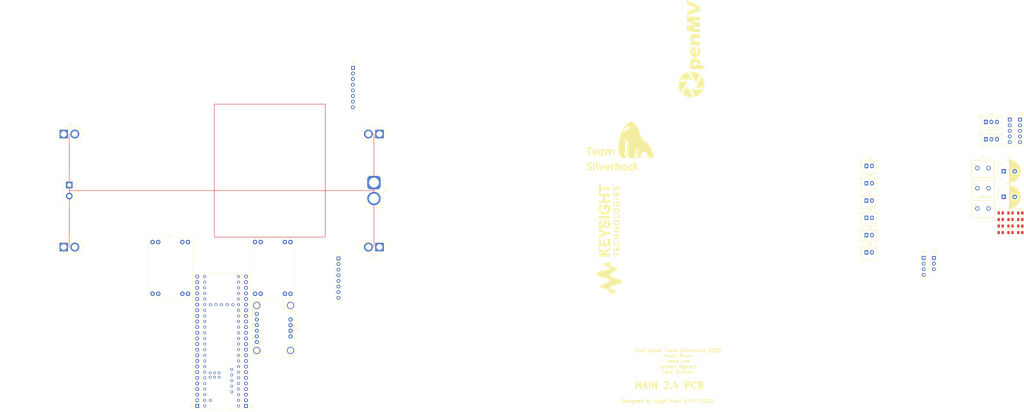
<source format=kicad_pcb>
(kicad_pcb (version 20221018) (generator pcbnew)
  (layers (0 "F.Cu" signal) (31 "B.Cu" signal) (34 "B.Paste" user) (35 "F.Paste" user) (36 "B.SilkS" user "B.Silkscreen") (37 "F.SilkS" user "F.Silkscreen") (38 "B.Mask" user) (39 "F.Mask" user) (44 "Edge.Cuts" user))
  (net 0 "")
  (net 1 "GND")
  (net 2 "+3V3")
  (net 3 "Net-(D1-A)")
  (net 4 "Net-(J1-Pin_1)")
  (net 5 "+15V")
  (net 6 "Net-(J4-Pin_1)")
  (net 7 "Net-(J4-Pin_2)")
  (net 8 "Net-(J4-Pin_3)")
  (net 14 "Net-(J5-Pin_1)")
  (net 15 "Net-(J5-Pin_2)")
  (net 16 "Net-(J5-Pin_3)")
  (net 22 "+5V")
  (net 23 "/19")
  (net 24 "/18")
  (net 25 "/13")
  (net 26 "/12")
  (net 27 "/11")
  (net 28 "/10")
  (net 29 "/0")
  (net 30 "/1")
  (net 31 "/SW1")
  (net 32 "/SW2")
  (net 33 "/SW3")
  (net 34 "/SW4")
  (net 35 "/SW5")
  (net 36 "/SW6")
  (net 37 "/2")
  (net 38 "/3")
  (net 39 "/4")
  (net 40 "/5")
  (net 41 "/6")
  (net 42 "/7")
  (net 43 "/8")
  (net 44 "/9")
  (net 45 "/24")
  (net 46 "/25")
  (net 47 "/26")
  (net 48 "/27")
  (net 49 "/28")
  (net 50 "/29")
  (net 51 "/30")
  (net 52 "/31")
  (net 53 "/32")
  (net 54 "/ON{slash}OFF")
  (net 55 "/PROGRAM")
  (net 58 "/23")
  (net 59 "/22")
  (net 60 "/21")
  (net 61 "/20")
  (net 62 "/17")
  (net 63 "/16")
  (net 64 "/15")
  (net 65 "/14")
  (net 66 "/41")
  (net 67 "/40")
  (net 68 "/39")
  (net 69 "/38")
  (net 70 "/37")
  (net 71 "/36")
  (net 72 "/35")
  (net 73 "/34")
  (net 74 "/33")
  (net 75 "/LINE BREAK")
  (net 76 "/SCL1")
  (net 77 "/SDA1")
  (net 79 "/RST")
  (footprint "Connector_PinSocket_2.54mm:PinSocket_1x08_P2.54mm_Vertical" (layer "F.Cu") (at 202.75 180.63)
    (fp_text reference "J4" (at 0 -2.77) (layer "F.SilkS"))
    (fp_text value "Battery Buzzer 1")
    (pad "1" thru_hole rect (at 0 0) (size 1.7 1.7) (drill 1) (layers "*.Cu" "*.Mask") (net 6 "Net-(J4-Pin_1)"))
    (pad "2" thru_hole oval (at 0 2.54) (size 1.7 1.7) (drill 1) (layers "*.Cu" "*.Mask") (net 7 "Net-(J4-Pin_2)"))
    (pad "3" thru_hole oval (at 0 5.08) (size 1.7 1.7) (drill 1) (layers "*.Cu" "*.Mask") (net 8 "Net-(J4-Pin_3)"))
    (pad "4" thru_hole oval (at 0 7.62) (size 1.7 1.7) (drill 1) (layers "*.Cu" "*.Mask"))
    (pad "5" thru_hole oval (at 0 10.16) (size 1.7 1.7) (drill 1) (layers "*.Cu" "*.Mask"))
    (pad "6" thru_hole oval (at 0 12.7) (size 1.7 1.7) (drill 1) (layers "*.Cu" "*.Mask"))
    (pad "7" thru_hole oval (at 0 15.24) (size 1.7 1.7) (drill 1) (layers "*.Cu" "*.Mask"))
    (pad "8" thru_hole oval (at 0 17.78) (size 1.7 1.7) (drill 1) (layers "*.Cu" "*.Mask"))
  )
  (footprint "Connector_AMASS:AMASS_XT30U-F_1x02_P5.0mm_Vertical" (layer "F.Cu") (at 78.75 175.5)
    (fp_text reference "J11" (at 2.5 -4) (layer "F.SilkS"))
    (fp_text value "I2C")
    (fp_text user "+" (at 9 0) (layer "F.SilkS") (effects (font (size 1.5 1.5))))
    (fp_text user "-" (at -4 0) (layer "F.SilkS") (effects (font (size 1.5 1.5))))
    (pad "1" thru_hole rect (at 0 0) (size 3.8 3.8) (drill 2.7) (layers "*.Cu" "*.Mask") (net 23 "/19"))
    (pad "2" thru_hole circle (at 5 0) (size 4 4) (drill 2.7) (layers "*.Cu" "*.Mask") (net 24 "/18"))
  )
  (footprint "Connector_PinHeader_2.54mm:PinHeader_1x24_P2.54mm_Vertical" (layer "F.Cu") (at 139 247.21 180)
    (fp_text reference "J23" (at 2.5 -0.04 270) (layer "F.SilkS"))
    (fp_text value "RIGHT HEADERS")
    (pad "1" thru_hole rect (at 0 0 180) (size 1.7 1.7) (drill 1) (layers "*.Cu" "*.Mask") (net 22 "+5V"))
    (pad "2" thru_hole oval (at 0 2.54 180) (size 1.7 1.7) (drill 1) (layers "*.Cu" "*.Mask") (net 1 "GND"))
    (pad "3" thru_hole oval (at 0 5.08 180) (size 1.7 1.7) (drill 1) (layers "*.Cu" "*.Mask") (net 2 "+3V3"))
    (pad "4" thru_hole oval (at 0 7.62 180) (size 1.7 1.7) (drill 1) (layers "*.Cu" "*.Mask") (net 58 "/23"))
    (pad "5" thru_hole oval (at 0 10.16 180) (size 1.7 1.7) (drill 1) (layers "*.Cu" "*.Mask") (net 59 "/22"))
    (pad "6" thru_hole oval (at 0 12.7 180) (size 1.7 1.7) (drill 1) (layers "*.Cu" "*.Mask") (net 60 "/21"))
    (pad "7" thru_hole oval (at 0 15.24 180) (size 1.7 1.7) (drill 1) (layers "*.Cu" "*.Mask") (net 61 "/20"))
    (pad "8" thru_hole oval (at 0 17.78 180) (size 1.7 1.7) (drill 1) (layers "*.Cu" "*.Mask") (net 23 "/19"))
    (pad "9" thru_hole oval (at 0 20.32 180) (size 1.7 1.7) (drill 1) (layers "*.Cu" "*.Mask") (net 24 "/18"))
    (pad "10" thru_hole oval (at 0 22.86 180) (size 1.7 1.7) (drill 1) (layers "*.Cu" "*.Mask") (net 62 "/17"))
    (pad "11" thru_hole oval (at 0 25.4 180) (size 1.7 1.7) (drill 1) (layers "*.Cu" "*.Mask") (net 63 "/16"))
    (pad "12" thru_hole oval (at 0 27.94 180) (size 1.7 1.7) (drill 1) (layers "*.Cu" "*.Mask") (net 64 "/15"))
    (pad "13" thru_hole oval (at 0 30.48 180) (size 1.7 1.7) (drill 1) (layers "*.Cu" "*.Mask") (net 65 "/14"))
    (pad "14" thru_hole oval (at 0 33.02 180) (size 1.7 1.7) (drill 1) (layers "*.Cu" "*.Mask") (net 25 "/13"))
    (pad "15" thru_hole oval (at 0 35.56 180) (size 1.7 1.7) (drill 1) (layers "*.Cu" "*.Mask") (net 1 "GND"))
    (pad "16" thru_hole oval (at 0 38.1 180) (size 1.7 1.7) (drill 1) (layers "*.Cu" "*.Mask") (net 66 "/41"))
    (pad "17" thru_hole oval (at 0 40.64 180) (size 1.7 1.7) (drill 1) (layers "*.Cu" "*.Mask") (net 67 "/40"))
    (pad "18" thru_hole oval (at 0 43.18 180) (size 1.7 1.7) (drill 1) (layers "*.Cu" "*.Mask") (net 68 "/39"))
    (pad "19" thru_hole oval (at 0 45.72 180) (size 1.7 1.7) (drill 1) (layers "*.Cu" "*.Mask") (net 69 "/38"))
    (pad "20" thru_hole oval (at 0 48.26 180) (size 1.7 1.7) (drill 1) (layers "*.Cu" "*.Mask") (net 70 "/37"))
    (pad "21" thru_hole oval (at 0 50.8 180) (size 1.7 1.7) (drill 1) (layers "*.Cu" "*.Mask") (net 71 "/36"))
    (pad "22" thru_hole oval (at 0 53.34 180) (size 1.7 1.7) (drill 1) (layers "*.Cu" "*.Mask") (net 72 "/35"))
    (pad "23" thru_hole oval (at 0 55.88 180) (size 1.7 1.7) (drill 1) (layers "*.Cu" "*.Mask") (net 73 "/34"))
    (pad "24" thru_hole oval (at 0 58.42 180) (size 1.7 1.7) (drill 1) (layers "*.Cu" "*.Mask") (net 74 "/33"))
  )
  (footprint "Resistor_SMD:R_0805_2012Metric" (layer "F.Cu") (at 510.415 163.06)
    (fp_text reference "R10" (at 0 -1.65) (layer "F.SilkS"))
    (fp_text value "10K")
    (pad "1" smd roundrect (at -0.9125 0) (size 1.025 1.4) (layers "F.Cu" "F.Paste" "F.Mask") (roundrect_rratio 0.243902) (net 34 "/SW4"))
    (pad "2" smd roundrect (at 0.9125 0) (size 1.025 1.4) (layers "F.Cu" "F.Paste" "F.Mask") (roundrect_rratio 0.243902) (net 1 "GND"))
  )
  (footprint "Connector_JST:JST_XH_B3B-XH-A_1x03_P2.50mm_Vertical" (layer "F.Cu") (at 494.875 126.85)
    (fp_text reference "J7" (at 2.5 -3.55) (layer "F.SilkS"))
    (fp_text value "Battery Balance 2")
    (pad "1" thru_hole roundrect (at 0 0) (size 1.7 1.95) (drill 0.95) (layers "*.Cu" "*.Mask") (roundrect_rratio 0.147059) (net 16 "Net-(J5-Pin_3)"))
    (pad "2" thru_hole oval (at 2.5 0) (size 1.7 1.95) (drill 0.95) (layers "*.Cu" "*.Mask") (net 15 "Net-(J5-Pin_2)"))
    (pad "3" thru_hole oval (at 5 0) (size 1.7 1.95) (drill 0.95) (layers "*.Cu" "*.Mask") (net 14 "Net-(J5-Pin_1)"))
  )
  (footprint "Resistor_SMD:R_0805_2012Metric" (layer "F.Cu") (at 506.005 166.01)
    (fp_text reference "R7" (at 0 -1.65) (layer "F.SilkS"))
    (fp_text value "10K")
    (pad "1" smd roundrect (at -0.9125 0) (size 1.025 1.4) (layers "F.Cu" "F.Paste" "F.Mask") (roundrect_rratio 0.243902) (net 31 "/SW1"))
    (pad "2" smd roundrect (at 0.9125 0) (size 1.025 1.4) (layers "F.Cu" "F.Paste" "F.Mask") (roundrect_rratio 0.243902) (net 1 "GND"))
  )
  (footprint "Connector_PinSocket_2.54mm:PinSocket_1x08_P2.54mm_Vertical" (layer "F.Cu") (at 209.25 94.63)
    (fp_text reference "J5" (at 0 -2.77) (layer "F.SilkS"))
    (fp_text value "Battery Buzzer 2")
    (pad "1" thru_hole rect (at 0 0) (size 1.7 1.7) (drill 1) (layers "*.Cu" "*.Mask") (net 14 "Net-(J5-Pin_1)"))
    (pad "2" thru_hole oval (at 0 2.54) (size 1.7 1.7) (drill 1) (layers "*.Cu" "*.Mask") (net 15 "Net-(J5-Pin_2)"))
    (pad "3" thru_hole oval (at 0 5.08) (size 1.7 1.7) (drill 1) (layers "*.Cu" "*.Mask") (net 16 "Net-(J5-Pin_3)"))
    (pad "4" thru_hole oval (at 0 7.62) (size 1.7 1.7) (drill 1) (layers "*.Cu" "*.Mask"))
    (pad "5" thru_hole oval (at 0 10.16) (size 1.7 1.7) (drill 1) (layers "*.Cu" "*.Mask"))
    (pad "6" thru_hole oval (at 0 12.7) (size 1.7 1.7) (drill 1) (layers "*.Cu" "*.Mask"))
    (pad "7" thru_hole oval (at 0 15.24) (size 1.7 1.7) (drill 1) (layers "*.Cu" "*.Mask"))
    (pad "8" thru_hole oval (at 0 17.78) (size 1.7 1.7) (drill 1) (layers "*.Cu" "*.Mask"))
  )
  (footprint "Resistor_SMD:R_0805_2012Metric" (layer "F.Cu") (at 510.415 168.96)
    (fp_text reference "R12" (at 0 -1.65) (layer "F.SilkS"))
    (fp_text value "10K")
    (pad "1" smd roundrect (at -0.9125 0) (size 1.025 1.4) (layers "F.Cu" "F.Paste" "F.Mask") (roundrect_rratio 0.243902) (net 36 "/SW6"))
    (pad "2" smd roundrect (at 0.9125 0) (size 1.025 1.4) (layers "F.Cu" "F.Paste" "F.Mask") (roundrect_rratio 0.243902) (net 1 "GND"))
  )
  (footprint "Connector_PinHeader_2.54mm:PinHeader_1x24_P2.54mm_Vertical" (layer "F.Cu") (at 161 247.21 180)
    (fp_text reference "J21" (at -2.51 -0.04 90) (layer "F.SilkS"))
    (fp_text value "LEFT HEADERS")
    (pad "1" thru_hole rect (at 0 0 180) (size 1.7 1.7) (drill 1) (layers "*.Cu" "*.Mask") (net 1 "GND"))
    (pad "2" thru_hole oval (at 0 2.54 180) (size 1.7 1.7) (drill 1) (layers "*.Cu" "*.Mask") (net 29 "/0"))
    (pad "3" thru_hole oval (at 0 5.08 180) (size 1.7 1.7) (drill 1) (layers "*.Cu" "*.Mask") (net 30 "/1"))
    (pad "4" thru_hole oval (at 0 7.62 180) (size 1.7 1.7) (drill 1) (layers "*.Cu" "*.Mask") (net 37 "/2"))
    (pad "5" thru_hole oval (at 0 10.16 180) (size 1.7 1.7) (drill 1) (layers "*.Cu" "*.Mask") (net 38 "/3"))
    (pad "6" thru_hole oval (at 0 12.7 180) (size 1.7 1.7) (drill 1) (layers "*.Cu" "*.Mask") (net 39 "/4"))
    (pad "7" thru_hole oval (at 0 15.24 180) (size 1.7 1.7) (drill 1) (layers "*.Cu" "*.Mask") (net 40 "/5"))
    (pad "8" thru_hole oval (at 0 17.78 180) (size 1.7 1.7) (drill 1) (layers "*.Cu" "*.Mask") (net 41 "/6"))
    (pad "9" thru_hole oval (at 0 20.32 180) (size 1.7 1.7) (drill 1) (layers "*.Cu" "*.Mask") (net 42 "/7"))
    (pad "10" thru_hole oval (at 0 22.86 180) (size 1.7 1.7) (drill 1) (layers "*.Cu" "*.Mask") (net 43 "/8"))
    (pad "11" thru_hole oval (at 0 25.4 180) (size 1.7 1.7) (drill 1) (layers "*.Cu" "*.Mask") (net 44 "/9"))
    (pad "12" thru_hole oval (at 0 27.94 180) (size 1.7 1.7) (drill 1) (layers "*.Cu" "*.Mask") (net 28 "/10"))
    (pad "13" thru_hole oval (at 0 30.48 180) (size 1.7 1.7) (drill 1) (layers "*.Cu" "*.Mask") (net 27 "/11"))
    (pad "14" thru_hole oval (at 0 33.02 180) (size 1.7 1.7) (drill 1) (layers "*.Cu" "*.Mask") (net 26 "/12"))
    (pad "15" thru_hole oval (at 0 35.56 180) (size 1.7 1.7) (drill 1) (layers "*.Cu" "*.Mask") (net 2 "+3V3"))
    (pad "16" thru_hole oval (at 0 38.1 180) (size 1.7 1.7) (drill 1) (layers "*.Cu" "*.Mask") (net 45 "/24"))
    (pad "17" thru_hole oval (at 0 40.64 180) (size 1.7 1.7) (drill 1) (layers "*.Cu" "*.Mask") (net 46 "/25"))
    (pad "18" thru_hole oval (at 0 43.18 180) (size 1.7 1.7) (drill 1) (layers "*.Cu" "*.Mask") (net 47 "/26"))
    (pad "19" thru_hole oval (at 0 45.72 180) (size 1.7 1.7) (drill 1) (layers "*.Cu" "*.Mask") (net 48 "/27"))
    (pad "20" thru_hole oval (at 0 48.26 180) (size 1.7 1.7) (drill 1) (layers "*.Cu" "*.Mask") (net 49 "/28"))
    (pad "21" thru_hole oval (at 0 50.8 180) (size 1.7 1.7) (drill 1) (layers "*.Cu" "*.Mask") (net 50 "/29"))
    (pad "22" thru_hole oval (at 0 53.34 180) (size 1.7 1.7) (drill 1) (layers "*.Cu" "*.Mask") (net 51 "/30"))
    (pad "23" thru_hole oval (at 0 55.88 180) (size 1.7 1.7) (drill 1) (layers "*.Cu" "*.Mask") (net 52 "/31"))
    (pad "24" thru_hole oval (at 0 58.42 180) (size 1.7 1.7) (drill 1) (layers "*.Cu" "*.Mask") (net 53 "/32"))
  )
  (footprint "Resistor_SMD:R_0805_2012Metric" (layer "F.Cu") (at 501.595 163.06)
    (fp_text reference "R2" (at 0 -1.65) (layer "F.SilkS"))
    (fp_text value "10K")
    (pad "1" smd roundrect (at -0.9125 0) (size 1.025 1.4) (layers "F.Cu" "F.Paste" "F.Mask") (roundrect_rratio 0.243902) (net 24 "/18"))
    (pad "2" smd roundrect (at 0.9125 0) (size 1.025 1.4) (layers "F.Cu" "F.Paste" "F.Mask") (roundrect_rratio 0.243902) (net 2 "+3V3"))
  )
  (footprint "Connector_JST:JST_XH_B2B-XH-A_1x02_P2.50mm_Vertical" (layer "F.Cu") (at 440.965 177.91)
    (fp_text reference "J20" (at 1.25 -3.55) (layer "F.SilkS"))
    (fp_text value "Conn_01x02_Male")
    (pad "1" thru_hole roundrect (at 0 0) (size 1.7 2) (drill 1) (layers "*.Cu" "*.Mask") (roundrect_rratio 0.147059) (net 2 "+3V3"))
    (pad "2" thru_hole oval (at 2.5 0) (size 1.7 2) (drill 1) (layers "*.Cu" "*.Mask") (net 36 "/SW6"))
  )
  (footprint "LOGO" (layer "F.Cu") (at 325 171.75 90)
    (fp_text reference "G***" hide)
    (fp_text value "LOGO" hide)
  )
  (footprint "Converter_DCDC:DC-DC Multi-output Buck Converter" (layer "F.Cu") (at 116.8575 198.5425 90)
    (fp_text reference "U2" (at 28.2925 10.005 unlocked) (layer "F.SilkS") (effects (font (thickness 0.1))))
    (fp_text value "~")
    (pad "1" thru_hole circle (at 1.97 2 90) (size 2 2) (drill 1) (layers "*.Cu" "*.Mask") (net 1 "GND"))
    (pad "1" thru_hole circle (at 1.97 4.54 90) (size 2 2) (drill 1) (layers "*.Cu" "*.Mask") (net 1 "GND"))
    (pad "2" thru_hole circle (at 1.97 15.44 270) (size 2 2) (drill 1) (layers "*.Cu" "*.Mask") (net 5 "+15V"))
    (pad "2" thru_hole circle (at 1.97 17.98 270) (size 2 2) (drill 1) (layers "*.Cu" "*.Mask") (net 5 "+15V"))
    (pad "3" thru_hole circle (at 25.31 1.99 90) (size 2 2) (drill 1) (layers "*.Cu" "*.Mask") (net 1 "GND"))
    (pad "3" thru_hole circle (at 25.31 4.53 90) (size 2 2) (drill 1) (layers "*.Cu" "*.Mask") (net 1 "GND"))
    (pad "4" thru_hole circle (at 25.31 15.43 270) (size 2 2) (drill 1) (layers "*.Cu" "*.Mask") (net 2 "+3V3"))
    (pad "4" thru_hole circle (at 25.31 17.97 270) (size 2 2) (drill 1) (layers "*.Cu" "*.Mask") (net 2 "+3V3"))
  )
  (footprint "Resistor_SMD:R_0805_2012Metric" (layer "F.Cu") (at 506.005 163.06)
    (fp_text reference "R6" (at 0 -1.65) (layer "F.SilkS"))
    (fp_text value "10K")
    (pad "1" smd roundrect (at -0.9125 0) (size 1.025 1.4) (layers "F.Cu" "F.Paste" "F.Mask") (roundrect_rratio 0.243902) (net 75 "/LINE BREAK"))
    (pad "2" smd roundrect (at 0.9125 0) (size 1.025 1.4) (layers "F.Cu" "F.Paste" "F.Mask") (roundrect_rratio 0.243902) (net 1 "GND"))
  )
  (footprint "Connector_JST:JST_XH_B2B-XH-A_1x02_P2.50mm_Vertical" (layer "F.Cu") (at 440.965 170.11)
    (fp_text reference "J19" (at 1.25 -3.55) (layer "F.SilkS"))
    (fp_text value "Conn_01x02_Male")
    (pad "1" thru_hole roundrect (at 0 0) (size 1.7 2) (drill 1) (layers "*.Cu" "*.Mask") (roundrect_rratio 0.147059) (net 2 "+3V3"))
    (pad "2" thru_hole oval (at 2.5 0) (size 1.7 2) (drill 1) (layers "*.Cu" "*.Mask") (net 35 "/SW5"))
  )
  (footprint "Capacitor_THT:CP_Radial_D10.0mm_P5.00mm" (layer "F.Cu") (at 502.929646 141.31)
    (fp_text reference "C1" (at 2.5 -6.25) (layer "F.SilkS"))
    (fp_text value "100uF")
    (pad "1" thru_hole rect (at 0 0) (size 2 2) (drill 1) (layers "*.Cu" "*.Mask") (net 1 "GND"))
    (pad "2" thru_hole circle (at 5 0) (size 2 2) (drill 1) (layers "*.Cu" "*.Mask") (net 2 "+3V3"))
  )
  (footprint "Resistor_SMD:R_0805_2012Metric" (layer "F.Cu") (at 506.005 160.11)
    (fp_text reference "R5" (at 0 -1.65) (layer "F.SilkS"))
    (fp_text value "95R")
    (pad "1" smd roundrect (at -0.9125 0) (size 1.025 1.4) (layers "F.Cu" "F.Paste" "F.Mask") (roundrect_rratio 0.243902) (net 22 "+5V"))
    (pad "2" smd roundrect (at 0.9125 0) (size 1.025 1.4) (layers "F.Cu" "F.Paste" "F.Mask") (roundrect_rratio 0.243902) (net 3 "Net-(D1-A)"))
  )
  (footprint "Connector_JST:JST_XH_B2B-XH-A_1x02_P2.50mm_Vertical" (layer "F.Cu") (at 440.965 146.71)
    (fp_text reference "J16" (at 1.25 -3.55) (layer "F.SilkS"))
    (fp_text value "Conn_01x02_Male")
    (pad "1" thru_hole roundrect (at 0 0) (size 1.7 2) (drill 1) (layers "*.Cu" "*.Mask") (roundrect_rratio 0.147059) (net 2 "+3V3"))
    (pad "2" thru_hole oval (at 2.5 0) (size 1.7 2) (drill 1) (layers "*.Cu" "*.Mask") (net 32 "/SW2"))
  )
  (footprint "Connector_PinHeader_2.54mm:PinHeader_1x05_P2.54mm_Vertical" (layer "F.Cu") (at 505.675 118)
    (fp_text reference "J22" (at 0 -2.33) (layer "F.SilkS"))
    (fp_text value "MID HEADERS")
    (pad "1" thru_hole rect (at 0 0) (size 1.7 1.7) (drill 1) (layers "*.Cu" "*.Mask") (net 54 "/ON{slash}OFF"))
    (pad "2" thru_hole oval (at 0 2.54) (size 1.7 1.7) (drill 1) (layers "*.Cu" "*.Mask") (net 55 "/PROGRAM"))
    (pad "3" thru_hole oval (at 0 5.08) (size 1.7 1.7) (drill 1) (layers "*.Cu" "*.Mask") (net 1 "GND"))
    (pad "4" thru_hole oval (at 0 7.62) (size 1.7 1.7) (drill 1) (layers "*.Cu" "*.Mask"))
    (pad "5" thru_hole oval (at 0 10.16) (size 1.7 1.7) (drill 1) (layers "*.Cu" "*.Mask"))
  )
  (footprint "Connector_AMASS:AMASS_XT60-M_1x02_P7.20mm_Vertical" (layer "F.Cu") (at 218.75 146.4 -90)
    (fp_text reference "J1" (at 3.6 -5.3 90) (layer "F.SilkS"))
    (fp_text value "4S Battery")
    (pad "1" thru_hole roundrect (at 0 0 270) (size 6 6) (drill 4.5) (layers "*.Cu" "*.Mask") (net 4 "Net-(J1-Pin_1)"))
    (pad "2" thru_hole circle (at 7.2 0 270) (size 6 6) (drill 4.5) (layers "*.Cu" "*.Mask") (net 1 "GND"))
  )
  (footprint "Connector_PinSocket_2.54mm:PinSocket_1x04_P2.54mm_Vertical" (layer "F.Cu") (at 466.815 180.43)
    (fp_text reference "J14" (at 0 -2.77) (layer "F.SilkS"))
    (fp_text value "I2C")
    (pad "1" thru_hole rect (at 0 0) (size 1.7 1.7) (drill 1) (layers "*.Cu" "*.Mask") (net 23 "/19"))
    (pad "2" thru_hole oval (at 0 2.54) (size 1.7 1.7) (drill 1) (layers "*.Cu" "*.Mask") (net 24 "/18"))
    (pad "3" thru_hole oval (at 0 5.08) (size 1.7 1.7) (drill 1) (layers "*.Cu" "*.Mask") (net 1 "GND"))
    (pad "4" thru_hole oval (at 0 7.62) (size 1.7 1.7) (drill 1) (layers "*.Cu" "*.Mask"))
  )
  (footprint "Connector_PinSocket_2.54mm:PinSocket_1x05_P2.54mm_Vertical" (layer "F.Cu") (at 510.325 118)
    (fp_text reference "J12" (at 0 -2.77) (layer "F.SilkS"))
    (fp_text value "SPI")
    (pad "1" thru_hole rect (at 0 0) (size 1.7 1.7) (drill 1) (layers "*.Cu" "*.Mask") (net 25 "/13"))
    (pad "2" thru_hole oval (at 0 2.54) (size 1.7 1.7) (drill 1) (layers "*.Cu" "*.Mask") (net 26 "/12"))
    (pad "3" thru_hole oval (at 0 5.08) (size 1.7 1.7) (drill 1) (layers "*.Cu" "*.Mask") (net 27 "/11"))
    (pad "4" thru_hole oval (at 0 7.62) (size 1.7 1.7) (drill 1) (layers "*.Cu" "*.Mask") (net 28 "/10"))
    (pad "5" thru_hole oval (at 0 10.16) (size 1.7 1.7) (drill 1) (layers "*.Cu" "*.Mask") (net 1 "GND"))
  )
  (footprint "Resistor_SMD:R_0805_2012Metric" (layer "F.Cu") (at 501.595 168.96)
    (fp_text reference "R4" (at 0 -1.65) (layer "F.SilkS"))
    (fp_text value "10K")
    (pad "1" smd roundrect (at -0.9125 0) (size 1.025 1.4) (layers "F.Cu" "F.Paste" "F.Mask") (roundrect_rratio 0.243902) (net 77 "/SDA1"))
    (pad "2" smd roundrect (at 0.9125 0) (size 1.025 1.4) (layers "F.Cu" "F.Paste" "F.Mask") (roundrect_rratio 0.243902) (net 2 "+3V3"))
  )
  (footprint "Resistor_SMD:R_0805_2012Metric" (layer "F.Cu") (at 510.415 166.01)
    (fp_text reference "R11" (at 0 -1.65) (layer "F.SilkS"))
    (fp_text value "10K")
    (pad "1" smd roundrect (at -0.9125 0) (size 1.025 1.4) (layers "F.Cu" "F.Paste" "F.Mask") (roundrect_rratio 0.243902) (net 35 "/SW5"))
    (pad "2" smd roundrect (at 0.9125 0) (size 1.025 1.4) (layers "F.Cu" "F.Paste" "F.Mask") (roundrect_rratio 0.243902) (net 1 "GND"))
  )
  (footprint "5mm Pitch 2-Pin Screw Terminal Block:5mm Pitch 2-Pin Screw Terminal Block" (layer "F.Cu") (at 493.5835 148.9755)
    (property "VALUE" "691137710002")
    (fp_text reference "J3" (at 0 -5.135) (layer "F.SilkS"))
    (fp_text value "Voltmeter")
    (pad "1" thru_hole circle (at -2.5 0) (size 1.95 1.95) (drill 1.3) (layers "*.Cu" "*.Mask") (net 5 "+15V"))
    (pad "2" thru_hole circle (at 2.5 0) (size 1.95 1.95) (drill 1.3) (layers "*.Cu" "*.Mask") (net 1 "GND"))
  )
  (footprint "5mm Pitch 2-Pin Screw Terminal Block:5mm Pitch 2-Pin Screw Terminal Block" (layer "F.Cu") (at 493.5835 139.8485)
    (fp_text reference "D1" (at 0 -5.135) (layer "F.SilkS"))
    (fp_text value "LED")
    (pad "1" thru_hole circle (at -2.5 0) (size 1.95 1.95) (drill 1.3) (layers "*.Cu" "*.Mask") (net 1 "GND"))
    (pad "2" thru_hole circle (at 2.5 0) (size 1.95 1.95) (drill 1.3) (layers "*.Cu" "*.Mask") (net 3 "Net-(D1-A)"))
  )
  (footprint "LOGO" (layer "F.Cu") (at 362 86 90)
    (fp_text reference "G***" hide)
    (fp_text value "LOGO" hide)
  )
  (footprint "5mm Pitch 2-Pin Screw Terminal Block:5mm Pitch 2-Pin Screw Terminal Block" (layer "F.Cu") (at 493.5835 158.1025)
    (fp_text reference "Q1" (at 0 -5.135) (layer "F.SilkS"))
    (fp_text value "Q_Photo_NPN")
    (pad "1" thru_hole circle (at -2.5 0) (size 1.95 1.95) (drill 1.3) (layers "*.Cu" "*.Mask") (net 22 "+5V"))
    (pad "2" thru_hole circle (at 2.5 0) (size 1.95 1.95) (drill 1.3) (layers "*.Cu" "*.Mask") (net 75 "/LINE BREAK"))
  )
  (footprint "Connector_PinSocket_2.54mm:PinSocket_1x03_P2.54mm_Vertical" (layer "F.Cu") (at 471.415 180.43)
    (fp_text reference "J13" (at 0 -2.77) (layer "F.SilkS"))
    (fp_text value "UART")
    (pad "1" thru_hole rect (at 0 0) (size 1.7 1.7) (drill 1) (layers "*.Cu" "*.Mask") (net 29 "/0"))
    (pad "2" thru_hole oval (at 0 2.54) (size 1.7 1.7) (drill 1) (layers "*.Cu" "*.Mask") (net 30 "/1"))
    (pad "3" thru_hole oval (at 0 5.08) (size 1.7 1.7) (drill 1) (layers "*.Cu" "*.Mask") (net 1 "GND"))
  )
  (footprint "Resistor_SMD:R_0805_2012Metric" (layer "F.Cu") (at 501.595 160.11)
    (fp_text reference "R1" (at 0 -1.65) (layer "F.SilkS"))
    (fp_text value "10K")
    (pad "1" smd roundrect (at -0.9125 0) (size 1.025 1.4) (layers "F.Cu" "F.Paste" "F.Mask") (roundrect_rratio 0.243902) (net 23 "/19"))
    (pad "2" smd roundrect (at 0.9125 0) (size 1.025 1.4) (layers "F.Cu" "F.Paste" "F.Mask") (roundrect_rratio 0.243902) (net 2 "+3V3"))
  )
  (footprint "Connector_AMASS:AMASS_XT30U-F_1x02_P5.0mm_Vertical" (layer "F.Cu") (at 78.75 124.5)
    (fp_text reference "J8" (at 2.5 -4) (layer "F.SilkS"))
    (fp_text value "BATTERY POWER")
    (fp_text user "-" (at -4 0) (layer "F.SilkS") (effects (font (size 1.5 1.5))))
    (fp_text user "+" (at 9 0) (layer "F.SilkS") (effects (font (size 1.5 1.5))))
    (pad "1" thru_hole rect (at 0 0) (size 3.8 3.8) (drill 2.7) (layers "*.Cu" "*.Mask") (net 1 "GND"))
    (pad "2" thru_hole circle (at 5 0) (size 4 4) (drill 2.7) (layers "*.Cu" "*.Mask") (net 5 "+15V"))
  )
  (footprint "Connector_JST:JST_XH_B2B-XH-A_1x02_P2.50mm_Vertical" (layer "F.Cu") (at 440.965 138.91)
    (fp_text reference "J15" (at 1.25 -3.55) (layer "F.SilkS"))
    (fp_text value "Conn_01x02_Male")
    (pad "1" thru_hole roundrect (at 0 0) (size 1.7 2) (drill 1) (layers "*.Cu" "*.Mask") (roundrect_rratio 0.147059) (net 2 "+3V3"))
    (pad "2" thru_hole oval (at 2.5 0) (size 1.7 2) (drill 1) (layers "*.Cu" "*.Mask") (net 31 "/SW1"))
  )
  (footprint "DEV-16771:MODULE_DEV-16771" (layer "F.Cu") (at 150 218 90)
    (fp_text reference "U4" (at -27.305 -10.295 90) (layer "F.SilkS"))
    (fp_text value "DEV-16771")
    (pad "0" thru_hole circle (at -26.67 7.62 90) (size 1.308 1.308) (drill 0.8) (layers "*.Cu" "*.Mask") (net 29 "/0"))
    (pad "1" thru_hole circle (at -24.13 7.62 90) (size 1.308 1.308) (drill 0.8) (layers "*.Cu" "*.Mask") (net 30 "/1"))
    (pad "2" thru_hole circle (at -21.59 7.62 90) (size 1.308 1.308) (drill 0.8) (layers "*.Cu" "*.Mask") (net 37 "/2"))
    (pad "3" thru_hole circle (at -19.05 7.62 90) (size 1.308 1.308) (drill 0.8) (layers "*.Cu" "*.Mask") (net 38 "/3"))
    (pad "3.3V_1" thru_hole circle (at 6.35 7.62 90) (size 1.308 1.308) (drill 0.8) (layers "*.Cu" "*.Mask"))
    (pad "3.3V_2" thru_hole circle (at -24.13 -7.62 90) (size 1.308 1.308) (drill 0.8) (layers "*.Cu" "*.Mask"))
    (pad "3.3V_3" thru_hole circle (at 16.51 2.54 90) (size 1.308 1.308) (drill 0.8) (layers "*.Cu" "*.Mask"))
    (pad "4" thru_hole circle (at -16.51 7.62 90) (size 1.308 1.308) (drill 0.8) (layers "*.Cu" "*.Mask") (net 39 "/4"))
    (pad "5" thru_hole circle (at -13.97 7.62 90) (size 1.308 1.308) (drill 0.8) (layers "*.Cu" "*.Mask") (net 40 "/5"))
    (pad "5V" thru_hole circle (at -22.86 4.57 90) (size 1.258 1.258) (drill 0.75) (layers "*.Cu" "*.Mask") (net 22 "+5V"))
    (pad "6" thru_hole circle (at -11.43 7.62 90) (size 1.308 1.308) (drill 0.8) (layers "*.Cu" "*.Mask") (net 41 "/6"))
    (pad "7" thru_hole circle (at -8.89 7.62 90) (size 1.308 1.308) (drill 0.8) (layers "*.Cu" "*.Mask") (net 42 "/7"))
    (pad "8" thru_hole circle (at -6.35 7.62 90) (size 1.308 1.308) (drill 0.8) (layers "*.Cu" "*.Mask") (net 43 "/8"))
    (pad "9" thru_hole circle (at -3.81 7.62 90) (size 1.308 1.308) (drill 0.8) (layers "*.Cu" "*.Mask") (net 44 "/9"))
    (pad "10" thru_hole circle (at -1.27 7.62 90) (size 1.308 1.308) (drill 0.8) (layers "*.Cu" "*.Mask") (net 28 "/10"))
    (pad "11" thru_hole circle (at 1.27 7.62 90) (size 1.308 1.308) (drill 0.8) (layers "*.Cu" "*.Mask") (net 27 "/11"))
    (pad "12" thru_hole circle (at 3.81 7.62 90) (size 1.308 1.308) (drill 0.8) (layers "*.Cu" "*.Mask") (net 26 "/12"))
    (pad "13" thru_hole circle (at 3.81 -7.62 90) (size 1.308 1.308) (drill 0.8) (layers "*.Cu" "*.Mask") (net 25 "/13"))
    (pad "14" thru_hole circle (at 1.27 -7.62 90) (size 1.308 1.308) (drill 0.8) (layers "*.Cu" "*.Mask") (net 65 "/14"))
    (pad "15" thru_hole circle (at -1.27 -7.62 90) (size 1.308 1.308) (drill 0.8) (layers "*.Cu" "*.Mask") (net 64 "/15"))
    (pad "16" thru_hole circle (at -3.81 -7.62 90) (size 1.308 1.308) (drill 0.8) (layers "*.Cu" "*.Mask") (net 63 "/16"))
    (pad "17" thru_hole circle (at -6.35 -7.62 90) (size 1.308 1.308) (drill 0.8) (layers "*.Cu" "*.Mask") (net 62 "/17"))
    (pad "18" thru_hole circle (at -8.89 -7.62 90) (size 1.308 1.308) (drill 0.8) (layers "*.Cu" "*.Mask") (net 24 "/18"))
    (pad "19" thru_hole circle (at -11.43 -7.62 90) (size 1.308 1.308) (drill 0.8) (layers "*.Cu" "*.Mask") (net 23 "/19"))
    (pad "20" thru_hole circle (at -13.97 -7.62 90) (size 1.308 1.308) (drill 0.8) (layers "*.Cu" "*.Mask") (net 61 "/20"))
    (pad "21" thru_hole circle (at -16.51 -7.62 90) (size 1.308 1.308) (drill 0.8) (layers "*.Cu" "*.Mask") (net 60 "/21"))
    (pad "22" thru_hole circle (at -19.05 -7.62 90) (size 1.308 1.308) (drill 0.8) (layers "*.Cu" "*.Mask") (net 59 "/22"))
    (pad "23" thru_hole circle (at -21.59 -7.62 90) (size 1.308 1.308) (drill 0.8) (layers "*.Cu" "*.Mask") (net 58 "/23"))
    (pad "24" thru_hole circle (at 8.89 7.62 90) (size 1.308 1.308) (drill 0.8) (layers "*.Cu" "*.Mask") (net 45 "/24"))
    (pad "25" thru_hole circle (at 11.43 7.62 90) (size 1.308 1.308) (drill 0.8) (layers "*.Cu" "*.Mask") (net 46 "/25"))
    (pad "26" thru_hole circle (at 13.97 7.62 90) (size 1.308 1.308) (drill 0.8) (layers "*.Cu" "*.Mask") (net 47 "/26"))
    (pad "27" thru_hole circle (at 16.51 7.62 90) (size 1.308 1.308) (drill 0.8) (layers "*.Cu" "*.Mask") (net 48 "/27"))
    (pad "28" thru_hole circle (at 19.05 7.62 90) (size 1.308 1.308) (drill 0.8) (layers "*.Cu" "*.Mask") (net 49 "/28"))
    (pad "29" thru_hole circle (at 21.59 7.62 90) (size 1.308 1.308) (drill 0.8) (layers "*.Cu" "*.Mask") (net 50 "/29"))
    (pad "30" thru_hole circle (at 24.13 7.62 90) (size 1.308 1.308) (drill 0.8) (layers "*.Cu" "*.Mask") (net 51 "/30"))
    (pad "31" thru_hole circle (at 26.67 7.62 90) (size 1.308 1.308) (drill 0.8) (layers "*.Cu" "*.Mask") (net 52 "/31"))
    (pad "32" thru_hole circle (at 29.21 7.62 90) (size 1.308 1.308) (drill 0.8) (layers "*.Cu" "*.Mask") (net 53 "/32"))
    (pad "33" thru_hole circle (at 29.21 -7.62 90) (size 1.308 1.308) (drill 0.8) (layers "*.Cu" "*.Mask") (net 74 "/33"))
    (pad "34" thru_hole circle (at 26.67 -7.62 90) (size 1.308 1.308) (drill 0.8) (layers "*.Cu" "*.Mask") (net 73 "/34"))
    (pad "35" thru_hole circle (at 24.13 -7.62 90) (size 1.308 1.308) (drill 0.8) (layers "*.Cu" "*.Mask") (net 72 "/35"))
    (pad "36" thru_hole circle (at 21.59 -7.62 90) (size 1.308 1.308) (drill 0.8) (layers "*.Cu" "*.Mask") (net 71 "/36"))
    (pad "37" thru_hole circle (at 19.05 -7.62 90) (size 1.308 1.308) (drill 0.8) (layers "*.Cu" "*.Mask") (net 70 "/37"))
    (pad "38" thru_hole circle (at 16.51 -7.62 90) (size 1.308 1.308) (drill 0.8) (layers "*.Cu" "*.Mask") (net 69 "/38"))
    (pad "39" thru_hole circle (at 13.97 -7.62 90) (size 1.308 1.308) (drill 0.8) (layers "*.Cu" "*.Mask") (net 68 "/39"))
    (pad "40" thru_hole circle (at 11.43 -7.62 90) (size 1.308 1.308) (drill 0.8) (layers "*.Cu" "*.Mask") (net 67 "/40"))
    (pad "41" thru_hole circle (at 8.89 -7.62 90) (size 1.308 1.308) (drill 0.8) (layers "*.Cu" "*.Mask") (net 66 "/41"))
    (pad "D+" thru_hole circle (at -17.78 4.57 90) (size 1.258 1.258) (drill 0.75) (layers "*.Cu" "*.Mask"))
    (pad "D-" thru_hole circle (at -20.32 4.57 90) (size 1.258 1.258) (drill 0.75) (layers "*.Cu" "*.Mask"))
    (pad "GND1" thru_hole circle (at -29.21 7.62 90) (size 1.308 1.308) (drill 0.8) (layers "*.Cu" "*.Mask") (net 1 "GND"))
    (pad "GND2" thru_hole circle (at 6.35 -7.62 90) (size 1.308 1.308) (drill 0.8) (layers "*.Cu" "*.Mask") (net 1 "GND"))
    (pad "GND3" thru_hole circle (at -26.67 -7.62 90) (size 1.308 1.308) (drill 0.8) (layers "*.Cu" "*.Mask") (net 1 "GND"))
    (pad "GND4" thru_hole circle (at 16.51 0 90) (size 1.308 1.308) (drill 0.8) (layers "*.Cu" "*.Mask") (net 1 "GND"))
    (pad "GND5" thru_hole circle (at -14.24 -3.17 90) (size 1.208 1.208) (drill 0.7) (layers "*.Cu" "*.Mask") (net 1 "GND"))
    (pad "LED" thru_hole circle (at -16.24 -3.17 90) (size 1.208 1.208) (drill 0.7) (layers "*.Cu" "*.Mask"))
    (pad "ON/OFF" thru_hole circle (at 16.51 -5.08 90) (size 1.308 1.308) (drill 0.8) (layers "*.Cu" "*.Mask") (net 54 "/ON{slash}OFF"))
    (pad "PROGRAM" thru_hole circle (at 16.51 -2.54 90) (size 1.308 1.308) (drill 0.8) (layers "*.Cu" "*.Mask") (net 55 "/PROGRAM"))
    (pad "R+" thru_hole circle (at -16.24 -5.17 90) (size 1.208 1.208) (drill 0.7) (layers "*.Cu" "*.Mask"))
    (pad "R-" thru_hole circle (at -14.24 -5.17 90) (size 1.208 1.208) (drill 0.7) (layers "*.Cu" "*.Mask"))
    (pad "T+" thru_hole circle (at -14.24 -1.17 90) (size 1.208 1.208) (drill 0.7) (layers "*.Cu" "*.Mask"))
    (pad "T-" thru_hole circle (at -16.24 -1.17 90) (size 1.208 1.208) (drill 0.7) (layers "*.Cu" "*.Mask"))
    (pad "USB_GND1" thru_hole circle (at -15.24 4.57 90) (size 1.258 1.258) (drill 0.75) (layers "*.Cu" "*.Mask") (net 1 "GND"))
    (pad "USB_GND2" thru_hole circle (at -12.7 4.57 90) (size 1.258 1.258) (drill 0.75) (layers "*.Cu" "*.Mask") (net 1 "GND"))
    (pad "VBAT" thru_hole circle (at 16.51 5.08 90) (size 1.308 1.308) (drill 0.8) (layers "*.Cu" "*.Mask"))
    (pad "VIN" thru_hole circle (at -29.21 -7.62 90) (size 1.308 1.308) (drill 0.8) (layers "*.Cu" "*.Mask") (net 22 "+5V"))
    (pad "VUSB" thru_hole circle (at -26.67 -5.08 90) (size 1.308 1.308) (drill 0.8) (layers "*.Cu" "*.Mask"))
  )
  (footprint "Resistor_SMD:R_0805_2012Metric" (layer "F.Cu") (at 510.415 160.11)
    (fp_text reference "R9" (at 0 -1.65) (layer "F.SilkS"))
    (fp_text value "10K")
    (pad "1" smd roundrect (at -0.9125 0) (size 1.025 1.4) (layers "F.Cu" "F.Paste" "F.Mask") (roundrect_rratio 0.243902) (net 33 "/SW3"))
    (pad "2" smd roundrect (at 0.9125 0) (size 1.025 1.4) (layers "F.Cu" "F.Paste" "F.Mask") (roundrect_rratio 0.243902) (net 1 "GND"))
  )
  (footprint "Connector_JST:JST_XH_B2B-XH-A_1x02_P2.50mm_Vertical" (layer "F.Cu") (at 440.965 154.51)
    (fp_text reference "J17" (at 1.25 -3.55) (layer "F.SilkS"))
    (fp_text value "Conn_01x02_Male")
    (pad "1" thru_hole roundrect (at 0 0) (size 1.7 2) (drill 1) (layers "*.Cu" "*.Mask") (roundrect_rratio 0.147059) (net 2 "+3V3"))
    (pad "2" thru_hole oval (at 2.5 0) (size 1.7 2) (drill 1) (layers "*.Cu" "*.Mask") (net 33 "/SW3"))
  )
  (footprint "Capacitor_THT:CP_Radial_D10.0mm_P5.00mm" (layer "F.Cu") (at 502.929646 152.86)
    (fp_text reference "C2" (at 2.5 -6.25) (layer "F.SilkS"))
    (fp_text value "100uF")
    (pad "1" thru_hole rect (at 0 0) (size 2 2) (drill 1) (layers "*.Cu" "*.Mask") (net 1 "GND"))
    (pad "2" thru_hole circle (at 5 0) (size 2 2) (drill 1) (layers "*.Cu" "*.Mask") (net 2 "+3V3"))
  )
  (footprint "Main GV3:GV3 Main" (layer "F.Cu") (at 150 150)
    (fp_text reference "REF**" (at 0 -0.5 unlocked) (layer "F.SilkS") (effects (font (thickness 0.1))))
    (fp_text value "GV3 Main")
  )
  (footprint "Connector_AMASS:AMASS_XT30U-F_1x02_P5.0mm_Vertical" (layer "F.Cu") (at 221.25 124.5 180)
    (fp_text reference "J9" (at 2.5 -4) (layer "F.SilkS"))
    (fp_text value "BACKUP 5V")
    (fp_text user "-" (at -4 0) (layer "F.SilkS") (effects (font (size 1.5 1.5))))
    (fp_text user "+" (at 9 0) (layer "F.SilkS") (effects (font (size 1.5 1.5))))
    (pad "1" thru_hole rect (at 0 0 180) (size 3.8 3.8) (drill 2.7) (layers "*.Cu" "*.Mask") (net 1 "GND"))
    (pad "2" thru_hole circle (at 5 0 180) (size 4 4) (drill 2.7) (layers "*.Cu" "*.Mask") (net 22 "+5V"))
  )
  (footprint "Resistor_SMD:R_0805_2012Metric" (layer "F.Cu") (at 506.005 168.96)
    (fp_text reference "R8" (at 0 -1.65) (layer "F.SilkS"))
    (fp_text value "10K")
    (pad "1" smd roundrect (at -0.9125 0) (size 1.025 1.4) (layers "F.Cu" "F.Paste" "F.Mask") (roundrect_rratio 0.243902) (net 32 "/SW2"))
    (pad "2" smd roundrect (at 0.9125 0) (size 1.025 1.4) (layers "F.Cu" "F.Paste" "F.Mask") (roundrect_rratio 0.243902) (net 1 "GND"))
  )
  (footprint "2.3 PCBs:Adafruit IMU BNO055" (layer "F.Cu") (at 173.5 212 -90)
    (fp_text reference "U3" (at 0.34 -10.87 -90 unlocked) (layer "F.SilkS"))
    (fp_text value "Adafruit_BNO055_STEMMA_QT")
    (fp_text user "VIN" (at -6.35 9.271 90) (layer "F.SilkS") (effects (font (size 0.87376 0.87376) (thickness 0.14224))))
    (fp_text user "PS1" (at 4.313 -9.271 90) (layer "F.SilkS") (effects (font (size 0.715264 0.715264) (thickness 0.097536))))
    (fp_text user "PS0" (at 1.646 -9.271 90) (layer "F.SilkS") (effects (font (size 0.715264 0.715264) (thickness 0.097536))))
    (fp_text user "INT" (at -3.403 -9.2555 90) (layer "F.SilkS") (effects (font (size 0.715264 0.715264) (thickness 0.097536))))
    (fp_text user "GND" (at -1.27 9.271 90) (layer "F.SilkS") (effects (font (size 0.87376 0.87376) (thickness 0.14224))))
    (fp_text user "RST" (at 6.477 6.096 90) (layer "F.SilkS") (effects (font (size 0.87376 0.87376) (thickness 0.14224))))
    (fp_text user "ADR" (at -0.88 -9.271 90) (layer "F.SilkS") (effects (font (size 0.715264 0.715264) (thickness 0.097536))))
    (fp_text user "SCL" (at 1.397 6.096 90) (layer "F.SilkS") (effects (font (size 0.87376 0.87376) (thickness 0.14224))))
    (fp_text user "3V" (at -3.81 6.096 90) (layer "F.SilkS") (effects (font (size 0.87376 0.87376) (thickness 0.14224))))
    (fp_text user "0x29" (at -10.16 -4.62 90) (layer "F.SilkS") (effects (font (size 0.89408 0.89408) (thickness 0.12192))))
    (fp_text user "SDA" (at 3.937 9.271 90) (layer "F.SilkS") (effects (font (size 0.87376 0.87376) (thickness 0.14224))))
    (fp_poly (pts (xy 10.266121 7.617337) (xy 9.480584 6.8318) (xy 8.7654 6.8318) (xy 8.7654 8.4082) (xy 9.53285 8.4082)) (fill solid) (layer "B.Cu"))
    (fp_poly (pts (xy 11.5546 6.8318) (xy 9.844107 6.8318) (xy 10.603148 7.62) (xy 9.844107 8.4082) (xy 11.5546 8.4082)) (fill solid) (layer "B.Cu"))
    (pad "1" thru_hole circle (at -6.35 7.62) (size 1.778 1.778) (drill 1) (layers "*.Mask" "F.Cu" "In1.Cu" "B.Cu") (net 22 "+5V"))
    (pad "2" thru_hole circle (at -3.81 7.62) (size 1.778 1.778) (drill 1) (layers "*.Mask" "F.Cu" "In1.Cu" "B.Cu"))
    (pad "3" thru_hole circle (at -1.27 7.62) (size 1.778 1.778) (drill 1) (layers "*.Mask" "F.Cu" "In1.Cu" "B.Cu") (net 1 "GND"))
    (pad "4" thru_hole circle (at 1.27 7.62) (size 1.778 1.778) (drill 1) (layers "*.Mask" "F.Cu" "In1.Cu" "B.Cu") (net 76 "/SCL1"))
    (pad "5" thru_hole circle (at 3.81 7.62) (size 1.778 1.778) (drill 1) (layers "*.Mask" "F.Cu" "In1.Cu" "B.Cu") (net 77 "/SDA1"))
    (pad "6" thru_hole circle (at 6.35 7.62) (size 1.778 1.778) (drill 1) (layers "*.Mask" "F.Cu" "In1.Cu" "B.Cu") (net 79 "/RST"))
    (pad "7" thru_hole circle (at -3.81 -7.62) (size 1.9304 1.9304) (drill 1) (layers "*.Cu" "*.Mask"))
    (pad "8" thru_hole circle (at -1.27 -7.62) (size 1.9304 1.9304) (drill 1) (layers "*.Cu" "*.Mask"))
    (pad "9" thru_hole circle (at 1.27 -7.62) (size 1.9304 1.9304) (drill 1) (layers "*.Cu" "*.Mask"))
    (pad "10" thru_hole circle (at 3.81 -7.62) (size 1.9304 1.9304) (drill 1) (layers "*.Cu" "*.Mask"))
    (pad "P$1" thru_hole circle (at -10.16 -7.62 270) (size 3.2 3.2) (drill 2.5) (layers "*.Mask" "F.Cu" "In1.Cu" "B.Cu"))
    (pad "P$1" thru_hole circle (at -10.16 7.62 270) (size 3.2 3.2) (drill 2.5) (layers "*.Mask" "F.Cu" "In1.Cu" "B.Cu"))
    (pad "P$1" thru_hole circle (at 10.16 -7.62 270) (size 3.2 3.2) (drill 2.5) (layers "*.Mask" "F.Cu" "In1.Cu" "B.Cu"))
    (pad "P$1" thru_hole circle (at 10.16 7.62 270) (size 3.2 3.2) (drill 2.5) (layers "*.Mask" "F.Cu" "In1.Cu" "B.Cu"))
  )
  (footprint "Resistor_SMD:R_0805_2012Metric" (layer "F.Cu") (at 501.595 166.01)
    (fp_text reference "R3" (at 0 -1.65) (layer "F.SilkS"))
    (fp_text value "10K")
    (pad "1" smd roundrect (at -0.9125 0) (size 1.025 1.4) (layers "F.Cu" "F.Paste" "F.Mask") (roundrect_rratio 0.243902) (net 76 "/SCL1"))
    (pad "2" smd roundrect (at 0.9125 0) (size 1.025 1.4) (layers "F.Cu" "F.Paste" "F.Mask") (roundrect_rratio 0.243902) (net 2 "+3V3"))
  )
  (footprint "Connector_JST:JST_XH_B3B-XH-A_1x03_P2.50mm_Vertical" (layer "F.Cu") (at 494.875 119.05)
    (fp_text reference "J6" (at 2.5 -3.55) (layer "F.SilkS"))
    (fp_text value "Battery Balance 1")
    (pad "1" thru_hole roundrect (at 0 0) (size 1.7 1.95) (drill 0.95) (layers "*.Cu" "*.Mask") (roundrect_rratio 0.147059) (net 8 "Net-(J4-Pin_3)"))
    (pad "2" thru_hole oval (at 2.5 0) (size 1.7 1.95) (drill 0.95) (layers "*.Cu" "*.Mask") (net 7 "Net-(J4-Pin_2)"))
    (pad "3" thru_hole oval (at 5 0) (size 1.7 1.95) (drill 0.95) (layers "*.Cu" "*.Mask") (net 6 "Net-(J4-Pin_1)"))
  )
  (footprint "LOGO" (layer "F.Cu") (at 328.010274 119.859473)
    (fp_text reference "G***" hide)
    (fp_text value "LOGO" hide)
  )
  (footprint "Converter_DCDC:DC-DC Multi-output Buck Converter" (layer "F.Cu") (at 163.1075 198.5425 90)
    (fp_text reference "U1" (at 28.2925 10.005 unlocked) (layer "F.SilkS") (effects (font (thickness 0.1))))
    (fp_text value "~")
    (pad "1" thru_hole circle (at 1.97 2 90) (size 2 2) (drill 1) (layers "*.Cu" "*.Mask") (net 1 "GND"))
    (pad "1" thru_hole circle (at 1.97 4.54 90) (size 2 2) (drill 1) (layers "*.Cu" "*.Mask") (net 1 "GND"))
    (pad "2" thru_hole circle (at 1.97 15.44 270) (size 2 2) (drill 1) (layers "*.Cu" "*.Mask") (net 5 "+15V"))
    (pad "2" thru_hole circle (at 1.97 17.98 270) (size 2 2) (drill 1) (layers "*.Cu" "*.Mask") (net 5 "+15V"))
    (pad "3" thru_hole circle (at 25.31 1.99 90) (size 2 2) (drill 1) (layers "*.Cu" "*.Mask") (net 1 "GND"))
    (pad "3" thru_hole circle (at 25.31 4.53 90) (size 2 2) (drill 1) (layers "*.Cu" "*.Mask") (net 1 "GND"))
    (pad "4" thru_hole circle (at 25.31 15.43 270) (size 2 2) (drill 1) (layers "*.Cu" "*.Mask") (net 2 "+3V3"))
    (pad "4" thru_hole circle (at 25.31 17.97 270) (size 2 2) (drill 1) (layers "*.Cu" "*.Mask") (net 2 "+3V3"))
  )
  (footprint "Connector_AMASS:AMASS_XT30UPB-F_1x02_P5.0mm_Vertical" (layer "F.Cu") (at 81.25 147.5 -90)
    (fp_text reference "J2" (at 2.5 -4 90) (layer "F.SilkS"))
    (fp_text value "Power Switch")
    (fp_text user "-" (at -4 0 90) (layer "F.SilkS") (effects (font (size 1.5 1.5))))
    (fp_text user "+" (at 9 0 90) (layer "F.SilkS") (effects (font (size 1.5 1.5))))
    (pad "1" thru_hole rect (at 0 0 270) (size 3 3) (drill 1.8) (layers "*.Cu" "*.Mask") (net 5 "+15V"))
    (pad "2" thru_hole circle (at 5 0 270) (size 3 3) (drill 1.8) (layers "*.Cu" "*.Mask") (net 4 "Net-(J1-Pin_1)"))
  )
  (footprint "Connector_AMASS:AMASS_XT30U-F_1x02_P5.0mm_Vertical" (layer "F.Cu") (at 221.25 175.5 180)
    (fp_text reference "J10" (at 2.5 -4) (layer "F.SilkS"))
    (fp_text value "BACKUP 3V3")
    (fp_text user "+" (at 9 0) (layer "F.SilkS") (effects (font (size 1.5 1.5))))
    (fp_text user "-" (at -4 0) (layer "F.SilkS") (effects (font (size 1.5 1.5))))
    (pad "1" thru_hole rect (at 0 0 180) (size 3.8 3.8) (drill 2.7) (layers "*.Cu" "*.Mask") (net 1 "GND"))
    (pad "2" thru_hole circle (at 5 0 180) (size 4 4) (drill 2.7) (layers "*.Cu" "*.Mask") (net 2 "+3V3"))
  )
  (footprint "Connector_JST:JST_XH_B2B-XH-A_1x02_P2.50mm_Vertical" (layer "F.Cu") (at 440.965 162.31)
    (fp_text reference "J18" (at 1.25 -3.55) (layer "F.SilkS"))
    (fp_text value "Conn_01x02_Male")
    (pad "1" thru_hole roundrect (at 0 0) (size 1.7 2) (drill 1) (layers "*.Cu" "*.Mask") (roundrect_rratio 0.147059) (net 2 "+3V3"))
    (pad "2" thru_hole oval (at 2.5 0) (size 1.7 2) (drill 1) (layers "*.Cu" "*.Mask") (net 34 "/SW4"))
  )
  (gr_line (start 81.25 150) (end 81.25 175.5) (stroke (width 0.2)) (layer "F.Cu"))
  (gr_line (start 218.75 150) (end 218.75 175.5) (stroke (width 0.2)) (layer "F.Cu"))
  (gr_line (start 150 150) (end 218.75 150) (stroke (width 0.2)) (layer "F.Cu"))
  (gr_rect (start 146.75 171) (end 196.75 111) (stroke (width 0.2)) (fill none) (layer "F.Cu"))
  (gr_line (start 150 150) (end 81.25 150) (stroke (width 0.2)) (layer "F.Cu"))
  (gr_line (start 81.25 150) (end 81.25 124.5) (stroke (width 0.2)) (layer "F.Cu"))
  (gr_line (start 218.75 150) (end 218.75 124.5) (stroke (width 0.2)) (layer "F.Cu"))
  (gr_circle locked (center 200.000001 119.999996) (end 202.000001 119.999996) (stroke (width 0.01)) (fill none) (layer "Edge.Cuts"))
  (gr_curve locked (pts (xy 124.399559 82.288179) (xy 123.786614 81.576982) (xy 122.713185 81.497332) (xy 122.001987 82.110277)) (stroke (width 0.01)) (layer "Edge.Cuts"))
  (gr_curve locked (pts (xy 151.385566 82.289918) (xy 150.772621 81.578721) (xy 149.699191 81.499071) (xy 148.987994 82.112016)) (stroke (width 0.01)) (layer "Edge.Cuts"))
  (gr_line locked (start 114.903475 74.999996) (end 73.31427 116.589201) (stroke (width 0.01)) (layer "Edge.Cuts"))
  (gr_line locked (start 238.956261 104.31867) (end 226.68573 116.589201) (stroke (width 0.01)) (layer "Edge.Cuts"))
  (gr_curve locked (pts (xy 175.796098 84.511327) (xy 176.409043 85.222525) (xy 177.482473 85.302174) (xy 178.19367 84.68923)) (stroke (width 0.01)) (layer "Edge.Cuts"))
  (gr_line locked (start 195.681326 238.956257) (end 183.410795 226.685726) (stroke (width 0.01)) (layer "Edge.Cuts"))
  (gr_line locked (start 73.31427 116.589201) (end 61.043739 104.31867) (stroke (width 0.01)) (layer "Edge.Cuts"))
  (gr_curve locked (pts (xy 169.696705 108.423533) (xy 170.407902 107.810588) (xy 170.487552 106.737159) (xy 169.874607 106.025961)) (stroke (width 0.01)) (layer "Edge.Cuts"))
  (gr_curve locked (pts (xy 124.221657 84.685752) (xy 124.932855 84.072807) (xy 125.012504 82.999377) (xy 124.399559 82.288179)) (stroke (width 0.01)) (layer "Edge.Cuts"))
  (gr_curve locked (pts (xy 122.001987 82.110277) (xy 121.29079 82.723222) (xy 121.21114 83.796652) (xy 121.824085 84.507849)) (stroke (width 0.01)) (layer "Edge.Cuts"))
  (gr_circle locked (center 99.999999 119.999996) (end 101.999999 119.999996) (stroke (width 0.01)) (fill none) (layer "Edge.Cuts"))
  (gr_curve locked (pts (xy 148.987994 82.112016) (xy 148.276796 82.724961) (xy 148.197147 83.798391) (xy 148.810092 84.509588)) (stroke (width 0.01)) (layer "Edge.Cuts"))
  (gr_arc locked (start 238.956261 104.31867) (mid 250 149.999996) (end 238.956261 195.681322) (stroke (width 0.01)) (layer "Edge.Cuts"))
  (gr_circle locked (center 185.30342 237.063632) (end 187.40342 237.063632) (stroke (width 0.01)) (fill none) (layer "Edge.Cuts"))
  (gr_line locked (start 185.096525 74.999996) (end 114.903475 74.999996) (stroke (width 0.01)) (layer "Edge.Cuts"))
  (gr_circle locked (center 237.063636 185.303416) (end 239.163636 185.303416) (stroke (width 0.01)) (fill none) (layer "Edge.Cuts"))
  (gr_circle locked (center 99.999999 179.999996) (end 101.999999 179.999996) (stroke (width 0.01)) (fill none) (layer "Edge.Cuts"))
  (gr_line locked (start 116.589205 226.685726) (end 104.318674 238.956257) (stroke (width 0.01)) (layer "Edge.Cuts"))
  (gr_curve locked (pts (xy 175.974 82.113755) (xy 175.262803 82.7267) (xy 175.183153 83.80013) (xy 175.796098 84.511327)) (stroke (width 0.01)) (layer "Edge.Cuts"))
  (gr_curve locked (pts (xy 165.978455 82.290859) (xy 165.36551 81.579661) (xy 164.29208 81.500012) (xy 163.580883 82.112957)) (stroke (width 0.01)) (layer "Edge.Cuts"))
  (gr_line locked (start 61.043739 195.681322) (end 73.31427 183.410791) (stroke (width 0.01)) (layer "Edge.Cuts"))
  (gr_curve locked (pts (xy 151.207664 84.687491) (xy 151.918861 84.074546) (xy 151.998511 83.001116) (xy 151.385566 82.289918)) (stroke (width 0.01)) (layer "Edge.Cuts"))
  (gr_line locked (start 183.410795 226.685726) (end 226.68573 183.410791) (stroke (width 0.01)) (layer "Edge.Cuts"))
  (gr_curve locked (pts (xy 148.810092 84.509588) (xy 149.423037 85.220786) (xy 150.496466 85.300435) (xy 151.207664 84.687491)) (stroke (width 0.01)) (layer "Edge.Cuts"))
  (gr_curve locked (pts (xy 132.893475 106.023578) (xy 132.28053 105.31238) (xy 131.2071 105.232731) (xy 130.495903 105.845676)) (stroke (width 0.01)) (layer "Edge.Cuts"))
  (gr_arc locked (start 195.681326 238.956257) (mid 150 249.999996) (end 104.318674 238.956257) (stroke (width 0.01)) (layer "Edge.Cuts"))
  (gr_curve locked (pts (xy 130.318001 108.243248) (xy 130.930946 108.954445) (xy 132.004375 109.034095) (xy 132.715573 108.42115)) (stroke (width 0.01)) (layer "Edge.Cuts"))
  (gr_curve locked (pts (xy 163.402981 84.510529) (xy 164.015926 85.221726) (xy 165.089356 85.301376) (xy 165.800553 84.688431)) (stroke (width 0.01)) (layer "Edge.Cuts"))
  (gr_curve locked (pts (xy 169.874607 106.025961) (xy 169.261661 105.314763) (xy 168.188232 105.235114) (xy 167.477034 105.848059)) (stroke (width 0.01)) (layer "Edge.Cuts"))
  (gr_circle locked (center 62.936364 114.696576) (end 65.036364 114.696576) (stroke (width 0.01)) (fill none) (layer "Edge.Cuts"))
  (gr_line locked (start 73.31427 183.410791) (end 116.589205 226.685726) (stroke (width 0.01)) (layer "Edge.Cuts"))
  (gr_circle locked (center 237.063636 114.696576) (end 239.163636 114.696576) (stroke (width 0.01)) (fill none) (layer "Edge.Cuts"))
  (gr_curve locked (pts (xy 167.477034 105.848059) (xy 166.765837 106.461004) (xy 166.686188 107.534433) (xy 167.299133 108.245631)) (stroke (width 0.01)) (layer "Edge.Cuts"))
  (gr_curve locked (pts (xy 130.495903 105.845676) (xy 129.784705 106.458621) (xy 129.705056 107.53205) (xy 130.318001 108.243248)) (stroke (width 0.01)) (layer "Edge.Cuts"))
  (gr_curve locked (pts (xy 178.371572 82.291657) (xy 177.758627 81.58046) (xy 176.685198 81.50081) (xy 175.974 82.113755)) (stroke (width 0.01)) (layer "Edge.Cuts"))
  (gr_line locked (start 226.68573 183.410791) (end 238.956261 195.681322) (stroke (width 0.01)) (layer "Edge.Cuts"))
  (gr_curve locked (pts (xy 167.299133 108.245631) (xy 167.912078 108.956829) (xy 168.985507 109.036478) (xy 169.696705 108.423533)) (stroke (width 0.01)) (layer "Edge.Cuts"))
  (gr_arc locked (start 61.043739 195.681322) (mid 50 149.999996) (end 61.043739 104.31867) (stroke (width 0.01)) (layer "Edge.Cuts"))
  (gr_curve locked (pts (xy 163.580883 82.112957) (xy 162.869685 82.725901) (xy 162.790036 83.799331) (xy 163.402981 84.510529)) (stroke (width 0.01)) (layer "Edge.Cuts"))
  (gr_circle locked (center 200.000001 179.999996) (end 202.000001 179.999996) (stroke (width 0.01)) (fill none) (layer "Edge.Cuts"))
  (gr_curve locked (pts (xy 121.824085 84.507849) (xy 122.43703 85.219047) (xy 123.51046 85.298697) (xy 124.221657 84.685752)) (stroke (width 0.01)) (layer "Edge.Cuts"))
  (gr_line locked (start 226.68573 116.589201) (end 185.096525 74.999996) (stroke (width 0.01)) (layer "Edge.Cuts"))
  (gr_circle locked (center 114.69658 237.063632) (end 116.79658 237.063632) (stroke (width 0.01)) (fill none) (layer "Edge.Cuts"))
  (gr_curve locked (pts (xy 178.19367 84.68923) (xy 178.904868 84.076285) (xy 178.984517 83.002855) (xy 178.371572 82.291657)) (stroke (width 0.01)) (layer "Edge.Cuts"))
  (gr_curve locked (pts (xy 132.715573 108.42115) (xy 133.42677 107.808205) (xy 133.50642 106.734776) (xy 132.893475 106.023578)) (stroke (width 0.01)) (layer "Edge.Cuts"))
  (gr_curve locked (pts (xy 165.800553 84.688431) (xy 166.511751 84.075486) (xy 166.5914 83.002056) (xy 165.978455 82.290859)) (stroke (width 0.01)) (layer "Edge.Cuts"))
  (gr_circle locked (center 62.936364 185.303416) (end 65.036364 185.303416) (stroke (width 0.01)) (fill none) (layer "Edge.Cuts"))
  (gr_text "Fort Street Team Silverback 2023\nHugh Phan\nIssey Lee\nJayden Nguyen\nJack Sumner" (at 356 227) (layer "F.SilkS") (effects (font (size 1.5 1.5) (thickness 0.3))))
  (gr_text "Designed by Hugh Phan 9/07/2023" (at 351 245) (layer "F.SilkS") (effects (font (size 1.5 1.5) (thickness 0.3))))
  (gr_text "MAIN 2.4 PCB" (at 352 238) (layer "F.SilkS") (effects (font (size 3 3) (thickness 0.6))))
)
</source>
